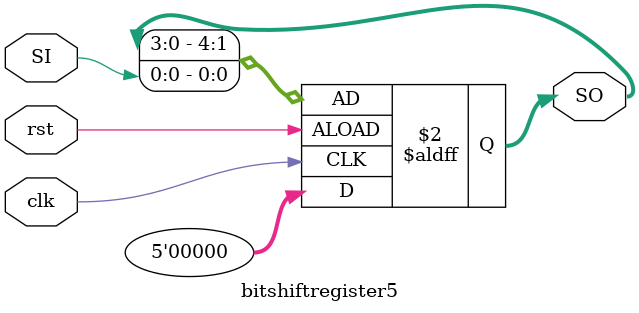
<source format=v>
`timescale 1ns / 1ps


module bitshiftregister5(SO,clk,rst,SI);
	input SI,clk,rst;
	output reg [4:0]SO;
	always@(posedge clk, negedge rst)
	if(rst)
		SO <= 5'd0;
	else
		SO <= {SO[3:0],SI};	
endmodule


</source>
